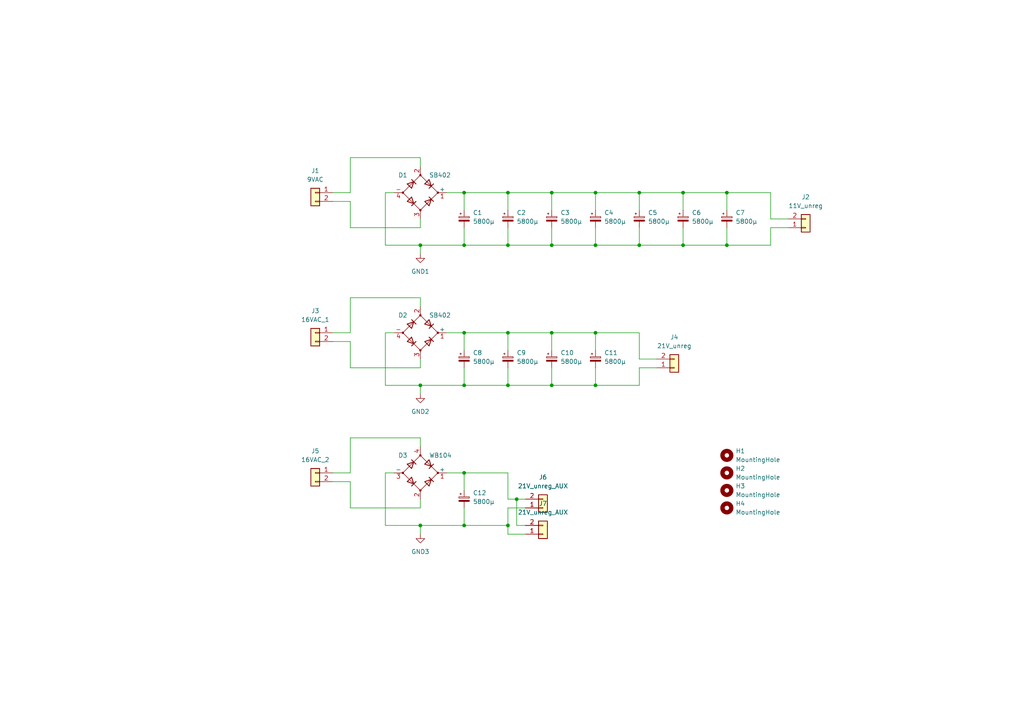
<source format=kicad_sch>
(kicad_sch (version 20211123) (generator eeschema)
  (paper "A4")
  (lib_symbols
    (symbol "Connector_Generic:Conn_01x02" (pin_names (offset 1.016) hide)
      (property "Reference" "J" (at 0 2.54 0))
      (property "Value" "Conn_01x02" (at 0 -5.08 0))
      (symbol "Conn_01x02_1_1"
        (rectangle (start -1.27 -2.413) (end 0 -2.667) (stroke (width 0.1524)))
        (rectangle (start -1.27 0.127) (end 0 -0.127) (stroke (width 0.1524)))
        (rectangle (start -1.27 1.27) (end 1.27 -3.81) (stroke (width 0.254)) (fill (type background)))
        (pin passive line (at -5.08 0 0) (length 3.81) (name "Pin_1") (number "1"))
        (pin passive line (at -5.08 -2.54 0) (length 3.81) (name "Pin_2") (number "2"))
      )
    )
    (symbol "Device:C_Polarized_Small" (pin_numbers hide) (pin_names (offset 0.254) hide)
      (property "Reference" "C" (at 0.254 1.778 0))
      (property "Value" "C_Polarized_Small" (at 0.254 -2.032 0))
      (symbol "C_Polarized_Small_0_1"
        (rectangle (start -1.524 -0.3048) (end 1.524 -0.6858) (fill (type outline)))
        (rectangle (start -1.524 0.6858) (end 1.524 0.3048))
        (polyline (pts (xy -1.27 1.524) (xy -0.762 1.524)))
        (polyline (pts (xy -1.016 1.27) (xy -1.016 1.778)))
      )
      (symbol "C_Polarized_Small_1_1"
        (pin passive line (at 0 2.54 270) (length 1.8542) (name "~") (number "1"))
        (pin passive line (at 0 -2.54 90) (length 1.8542) (name "~") (number "2"))
      )
    )
    (symbol "Device:D_Bridge_+A-A" (pin_names (offset 0))
      (property "Reference" "D" (at 2.54 6.985 0))
      (property "Value" "D_Bridge_+A-A" (at 2.54 5.08 0))
      (symbol "D_Bridge_+A-A_0_1"
        (circle (center -5.08 0) (radius 0.254) (fill (type outline)))
        (circle (center 0 -5.08) (radius 0.254) (fill (type outline)))
        (polyline (pts (xy -2.54 3.81) (xy -1.27 2.54)) (stroke (width 0.254)))
        (polyline (pts (xy -1.27 -2.54) (xy -2.54 -3.81)) (stroke (width 0.254)))
        (polyline (pts (xy 2.54 -1.27) (xy 3.81 -2.54)) (stroke (width 0.254)))
        (polyline (pts (xy 2.54 1.27) (xy 3.81 2.54)) (stroke (width 0.254)))
        (polyline (pts (xy -3.81 2.54) (xy -2.54 1.27) (xy -1.905 3.175) (xy -3.81 2.54)) (stroke (width 0.254)))
        (polyline (pts (xy -2.54 -1.27) (xy -3.81 -2.54) (xy -1.905 -3.175) (xy -2.54 -1.27)) (stroke (width 0.254)))
        (polyline (pts (xy 1.27 2.54) (xy 2.54 3.81) (xy 3.175 1.905) (xy 1.27 2.54)) (stroke (width 0.254)))
        (polyline (pts (xy 3.175 -1.905) (xy 1.27 -2.54) (xy 2.54 -3.81) (xy 3.175 -1.905)) (stroke (width 0.254)))
        (polyline (pts (xy -5.08 0) (xy 0 -5.08) (xy 5.08 0) (xy 0 5.08) (xy -5.08 0)))
        (circle (center 0 5.08) (radius 0.254) (fill (type outline)))
        (circle (center 5.08 0) (radius 0.254) (fill (type outline)))
      )
      (symbol "D_Bridge_+A-A_1_1"
        (pin passive line (at 7.62 0 180) (length 2.54) (name "+") (number "1"))
        (pin passive line (at 0 -7.62 90) (length 2.54) (name "~") (number "2"))
        (pin passive line (at -7.62 0 0) (length 2.54) (name "-") (number "3"))
        (pin passive line (at 0 7.62 270) (length 2.54) (name "~") (number "4"))
      )
    )
    (symbol "Device:D_Bridge_+AA-" (pin_names (offset 0))
      (property "Reference" "D" (at 2.54 6.985 0))
      (property "Value" "D_Bridge_+AA-" (at 2.54 5.08 0))
      (symbol "D_Bridge_+AA-_0_1"
        (circle (center -5.08 0) (radius 0.254) (fill (type outline)))
        (circle (center 0 -5.08) (radius 0.254) (fill (type outline)))
        (polyline (pts (xy -2.54 3.81) (xy -1.27 2.54)) (stroke (width 0.254)))
        (polyline (pts (xy -1.27 -2.54) (xy -2.54 -3.81)) (stroke (width 0.254)))
        (polyline (pts (xy 2.54 -1.27) (xy 3.81 -2.54)) (stroke (width 0.254)))
        (polyline (pts (xy 2.54 1.27) (xy 3.81 2.54)) (stroke (width 0.254)))
        (polyline (pts (xy -3.81 2.54) (xy -2.54 1.27) (xy -1.905 3.175) (xy -3.81 2.54)) (stroke (width 0.254)))
        (polyline (pts (xy -2.54 -1.27) (xy -3.81 -2.54) (xy -1.905 -3.175) (xy -2.54 -1.27)) (stroke (width 0.254)))
        (polyline (pts (xy 1.27 2.54) (xy 2.54 3.81) (xy 3.175 1.905) (xy 1.27 2.54)) (stroke (width 0.254)))
        (polyline (pts (xy 3.175 -1.905) (xy 1.27 -2.54) (xy 2.54 -3.81) (xy 3.175 -1.905)) (stroke (width 0.254)))
        (polyline (pts (xy -5.08 0) (xy 0 -5.08) (xy 5.08 0) (xy 0 5.08) (xy -5.08 0)))
        (circle (center 0 5.08) (radius 0.254) (fill (type outline)))
        (circle (center 5.08 0) (radius 0.254) (fill (type outline)))
      )
      (symbol "D_Bridge_+AA-_1_1"
        (pin passive line (at 7.62 0 180) (length 2.54) (name "+") (number "1"))
        (pin passive line (at 0 7.62 270) (length 2.54) (name "~") (number "2"))
        (pin passive line (at 0 -7.62 90) (length 2.54) (name "~") (number "3"))
        (pin passive line (at -7.62 0 0) (length 2.54) (name "-") (number "4"))
      )
    )
    (symbol "Mechanical:MountingHole" (pin_names (offset 1.016))
      (property "Reference" "H" (at 0 5.08 0))
      (property "Value" "MountingHole" (at 0 3.175 0))
      (symbol "MountingHole_0_1"
        (circle (center 0 0) (radius 1.27) (stroke (width 1.27)))
      )
    )
    (symbol "power:GND1" (power) (pin_names (offset 0))
      (property "Value" "GND1" (at 0 -3.81 0))
      (symbol "GND1_0_1"
        (polyline (pts (xy 0 0) (xy 0 -1.27) (xy 1.27 -1.27) (xy 0 -2.54) (xy -1.27 -1.27) (xy 0 -1.27)))
      )
      (symbol "GND1_1_1"
        (pin power_in line (at 0 0 270) (length 0) hide (name "GND1") (number "1"))
      )
    )
    (symbol "power:GND2" (power) (pin_names (offset 0))
      (property "Value" "GND2" (at 0 -3.81 0))
      (symbol "GND2_0_1"
        (polyline (pts (xy 0 0) (xy 0 -1.27) (xy 1.27 -1.27) (xy 0 -2.54) (xy -1.27 -1.27) (xy 0 -1.27)))
      )
      (symbol "GND2_1_1"
        (pin power_in line (at 0 0 270) (length 0) hide (name "GND2") (number "1"))
      )
    )
    (symbol "power:GND3" (power) (pin_names (offset 0))
      (property "Value" "GND3" (at 0 -3.81 0))
      (symbol "GND3_0_1"
        (polyline (pts (xy 0 0) (xy 0 -1.27) (xy 1.27 -1.27) (xy 0 -2.54) (xy -1.27 -1.27) (xy 0 -1.27)))
      )
      (symbol "GND3_1_1"
        (pin power_in line (at 0 0 270) (length 0) hide (name "GND3") (number "1"))
      )
    )
  )
  (junction (at 185.42 71.12))
  (junction (at 198.12 71.12))
  (junction (at 134.62 55.88))
  (junction (at 134.62 96.52))
  (junction (at 147.32 55.88))
  (junction (at 160.02 55.88))
  (junction (at 160.02 111.76))
  (junction (at 134.62 111.76))
  (junction (at 185.42 55.88))
  (junction (at 121.92 71.12))
  (junction (at 149.86 144.78))
  (junction (at 210.82 71.12))
  (junction (at 172.72 111.76))
  (junction (at 198.12 55.88))
  (junction (at 172.72 55.88))
  (junction (at 160.02 96.52))
  (junction (at 147.32 71.12))
  (junction (at 147.32 152.4))
  (junction (at 121.92 152.4))
  (junction (at 210.82 55.88))
  (junction (at 121.92 111.76))
  (junction (at 134.62 152.4))
  (junction (at 172.72 71.12))
  (junction (at 172.72 96.52))
  (junction (at 134.62 137.16))
  (junction (at 160.02 71.12))
  (junction (at 134.62 71.12))
  (junction (at 147.32 111.76))
  (junction (at 147.32 96.52))
  (wire (pts (xy 198.12 55.88) (xy 210.82 55.88)))
  (wire (pts (xy 111.76 152.4) (xy 121.92 152.4)))
  (wire (pts (xy 147.32 147.32) (xy 147.32 152.4)))
  (wire (pts (xy 134.62 111.76) (xy 147.32 111.76)))
  (wire (pts (xy 172.72 66.04) (xy 172.72 71.12)))
  (wire (pts (xy 129.54 96.52) (xy 134.62 96.52)))
  (wire (pts (xy 114.3 55.88) (xy 111.76 55.88)))
  (wire (pts (xy 147.32 111.76) (xy 160.02 111.76)))
  (wire (pts (xy 160.02 111.76) (xy 172.72 111.76)))
  (wire (pts (xy 210.82 55.88) (xy 210.82 60.96)))
  (wire (pts (xy 185.42 106.68) (xy 185.42 111.76)))
  (wire (pts (xy 101.6 66.04) (xy 121.92 66.04)))
  (wire (pts (xy 160.02 106.68) (xy 160.02 111.76)))
  (wire (pts (xy 185.42 71.12) (xy 198.12 71.12)))
  (wire (pts (xy 149.86 144.78) (xy 147.32 144.78)))
  (wire (pts (xy 172.72 111.76) (xy 185.42 111.76)))
  (wire (pts (xy 101.6 45.72) (xy 121.92 45.72)))
  (wire (pts (xy 134.62 106.68) (xy 134.62 111.76)))
  (wire (pts (xy 101.6 147.32) (xy 121.92 147.32)))
  (wire (pts (xy 96.52 99.06) (xy 101.6 99.06)))
  (wire (pts (xy 190.5 106.68) (xy 185.42 106.68)))
  (wire (pts (xy 114.3 137.16) (xy 111.76 137.16)))
  (wire (pts (xy 172.72 55.88) (xy 185.42 55.88)))
  (wire (pts (xy 228.6 63.5) (xy 223.52 63.5)))
  (wire (pts (xy 172.72 96.52) (xy 172.72 101.6)))
  (wire (pts (xy 114.3 96.52) (xy 111.76 96.52)))
  (wire (pts (xy 134.62 71.12) (xy 147.32 71.12)))
  (wire (pts (xy 101.6 55.88) (xy 96.52 55.88)))
  (wire (pts (xy 210.82 55.88) (xy 223.52 55.88)))
  (wire (pts (xy 111.76 137.16) (xy 111.76 152.4)))
  (wire (pts (xy 134.62 152.4) (xy 147.32 152.4)))
  (wire (pts (xy 134.62 137.16) (xy 134.62 142.24)))
  (wire (pts (xy 198.12 55.88) (xy 198.12 60.96)))
  (wire (pts (xy 147.32 71.12) (xy 160.02 71.12)))
  (wire (pts (xy 172.72 106.68) (xy 172.72 111.76)))
  (wire (pts (xy 111.76 96.52) (xy 111.76 111.76)))
  (wire (pts (xy 160.02 96.52) (xy 160.02 101.6)))
  (wire (pts (xy 160.02 66.04) (xy 160.02 71.12)))
  (wire (pts (xy 101.6 66.04) (xy 101.6 58.42)))
  (wire (pts (xy 101.6 147.32) (xy 101.6 139.7)))
  (wire (pts (xy 147.32 55.88) (xy 160.02 55.88)))
  (wire (pts (xy 147.32 96.52) (xy 147.32 101.6)))
  (wire (pts (xy 152.4 147.32) (xy 147.32 147.32)))
  (wire (pts (xy 134.62 96.52) (xy 134.62 101.6)))
  (wire (pts (xy 223.52 66.04) (xy 223.52 71.12)))
  (wire (pts (xy 101.6 137.16) (xy 96.52 137.16)))
  (wire (pts (xy 190.5 104.14) (xy 185.42 104.14)))
  (wire (pts (xy 134.62 147.32) (xy 134.62 152.4)))
  (wire (pts (xy 111.76 71.12) (xy 121.92 71.12)))
  (wire (pts (xy 172.72 55.88) (xy 172.72 60.96)))
  (wire (pts (xy 101.6 127) (xy 101.6 137.16)))
  (wire (pts (xy 129.54 55.88) (xy 134.62 55.88)))
  (wire (pts (xy 172.72 96.52) (xy 185.42 96.52)))
  (wire (pts (xy 101.6 127) (xy 121.92 127)))
  (wire (pts (xy 198.12 66.04) (xy 198.12 71.12)))
  (wire (pts (xy 101.6 45.72) (xy 101.6 55.88)))
  (wire (pts (xy 147.32 96.52) (xy 160.02 96.52)))
  (wire (pts (xy 129.54 137.16) (xy 134.62 137.16)))
  (wire (pts (xy 121.92 104.14) (xy 121.92 106.68)))
  (wire (pts (xy 101.6 96.52) (xy 96.52 96.52)))
  (wire (pts (xy 160.02 55.88) (xy 160.02 60.96)))
  (wire (pts (xy 121.92 144.78) (xy 121.92 147.32)))
  (wire (pts (xy 101.6 106.68) (xy 101.6 99.06)))
  (wire (pts (xy 149.86 144.78) (xy 149.86 152.4)))
  (wire (pts (xy 134.62 55.88) (xy 134.62 60.96)))
  (wire (pts (xy 160.02 55.88) (xy 172.72 55.88)))
  (wire (pts (xy 147.32 144.78) (xy 147.32 137.16)))
  (wire (pts (xy 101.6 86.36) (xy 121.92 86.36)))
  (wire (pts (xy 134.62 55.88) (xy 147.32 55.88)))
  (wire (pts (xy 152.4 154.94) (xy 147.32 154.94)))
  (wire (pts (xy 223.52 63.5) (xy 223.52 55.88)))
  (wire (pts (xy 96.52 139.7) (xy 101.6 139.7)))
  (wire (pts (xy 121.92 86.36) (xy 121.92 88.9)))
  (wire (pts (xy 134.62 96.52) (xy 147.32 96.52)))
  (wire (pts (xy 111.76 55.88) (xy 111.76 71.12)))
  (wire (pts (xy 101.6 106.68) (xy 121.92 106.68)))
  (wire (pts (xy 198.12 71.12) (xy 210.82 71.12)))
  (wire (pts (xy 160.02 96.52) (xy 172.72 96.52)))
  (wire (pts (xy 185.42 66.04) (xy 185.42 71.12)))
  (wire (pts (xy 121.92 111.76) (xy 121.92 114.3)))
  (wire (pts (xy 96.52 58.42) (xy 101.6 58.42)))
  (wire (pts (xy 147.32 66.04) (xy 147.32 71.12)))
  (wire (pts (xy 185.42 104.14) (xy 185.42 96.52)))
  (wire (pts (xy 210.82 66.04) (xy 210.82 71.12)))
  (wire (pts (xy 134.62 66.04) (xy 134.62 71.12)))
  (wire (pts (xy 101.6 86.36) (xy 101.6 96.52)))
  (wire (pts (xy 147.32 55.88) (xy 147.32 60.96)))
  (wire (pts (xy 147.32 106.68) (xy 147.32 111.76)))
  (wire (pts (xy 228.6 66.04) (xy 223.52 66.04)))
  (wire (pts (xy 121.92 45.72) (xy 121.92 48.26)))
  (wire (pts (xy 185.42 55.88) (xy 198.12 55.88)))
  (wire (pts (xy 121.92 63.5) (xy 121.92 66.04)))
  (wire (pts (xy 185.42 55.88) (xy 185.42 60.96)))
  (wire (pts (xy 152.4 152.4) (xy 149.86 152.4)))
  (wire (pts (xy 121.92 111.76) (xy 134.62 111.76)))
  (wire (pts (xy 134.62 137.16) (xy 147.32 137.16)))
  (wire (pts (xy 210.82 71.12) (xy 223.52 71.12)))
  (wire (pts (xy 111.76 111.76) (xy 121.92 111.76)))
  (wire (pts (xy 147.32 152.4) (xy 147.32 154.94)))
  (wire (pts (xy 121.92 71.12) (xy 134.62 71.12)))
  (wire (pts (xy 160.02 71.12) (xy 172.72 71.12)))
  (wire (pts (xy 121.92 71.12) (xy 121.92 73.66)))
  (wire (pts (xy 121.92 152.4) (xy 121.92 154.94)))
  (wire (pts (xy 121.92 127) (xy 121.92 129.54)))
  (wire (pts (xy 172.72 71.12) (xy 185.42 71.12)))
  (wire (pts (xy 152.4 144.78) (xy 149.86 144.78)))
  (wire (pts (xy 121.92 152.4) (xy 134.62 152.4)))
  (symbol (lib_id "Connector_Generic:Conn_01x02") (at 91.44 137.16 0) (mirror y) (unit 1)
    (property "Reference" "J5" (at 91.44 130.81 0))
    (property "Value" "16VAC_2" (at 91.44 133.35 0))
    (property "Footprint" "TerminalBlock_Phoenix:TerminalBlock_Phoenix_MPT-0,5-2-2.54_1x02_P2.54mm_Horizontal" (effects hide))
  )
  (symbol (lib_id "power:GND1") (at 121.92 73.66 0) (unit 1)
    (property "Reference" "#PWR01" (effects hide))
    (property "Value" "GND1" (at 121.92 78.74 0))
  )
  (symbol (lib_id "Mechanical:MountingHole") (at 210.82 132.08 0) (unit 1)
    (property "Reference" "H1" (at 213.36 130.8099 0) (effects (justify left)))
    (property "Value" "MountingHole" (at 213.36 133.3499 0) (effects (justify left)))
    (property "Footprint" "MountingHole:MountingHole_3.2mm_M3" (effects hide))
  )
  (symbol (lib_id "Device:C_Polarized_Small") (at 134.62 144.78 0) (unit 1)
    (property "Reference" "C12" (at 137.16 142.9638 0) (effects (justify left)))
    (property "Value" "5800µ" (at 137.16 145.5038 0) (effects (justify left)))
    (property "Footprint" "Capacitor_THT:CP_Radial_D18.0mm_P7.50mm" (effects hide))
  )
  (symbol (lib_id "Device:C_Polarized_Small") (at 185.42 63.5 0) (unit 1)
    (property "Reference" "C5" (at 187.96 61.6838 0) (effects (justify left)))
    (property "Value" "5800µ" (at 187.96 64.2238 0) (effects (justify left)))
    (property "Footprint" "Capacitor_THT:CP_Radial_D18.0mm_P7.50mm" (effects hide))
  )
  (symbol (lib_id "Mechanical:MountingHole") (at 210.82 147.32 0) (unit 1)
    (property "Reference" "H4" (at 213.36 146.0499 0) (effects (justify left)))
    (property "Value" "MountingHole" (at 213.36 148.5899 0) (effects (justify left)))
    (property "Footprint" "MountingHole:MountingHole_3.2mm_M3" (effects hide))
  )
  (symbol (lib_id "Connector_Generic:Conn_01x02") (at 195.58 106.68 0) (mirror x) (unit 1)
    (property "Reference" "J4" (at 195.58 97.79 0))
    (property "Value" "21V_unreg" (at 195.58 100.33 0))
    (property "Footprint" "TerminalBlock_Phoenix:TerminalBlock_Phoenix_MPT-0,5-2-2.54_1x02_P2.54mm_Horizontal" (effects hide))
  )
  (symbol (lib_id "Device:C_Polarized_Small") (at 147.32 104.14 0) (unit 1)
    (property "Reference" "C9" (at 149.86 102.3238 0) (effects (justify left)))
    (property "Value" "5800µ" (at 149.86 104.8638 0) (effects (justify left)))
    (property "Footprint" "Capacitor_THT:CP_Radial_D18.0mm_P7.50mm" (effects hide))
  )
  (symbol (lib_id "Device:C_Polarized_Small") (at 160.02 63.5 0) (unit 1)
    (property "Reference" "C3" (at 162.56 61.6838 0) (effects (justify left)))
    (property "Value" "5800µ" (at 162.56 64.2238 0) (effects (justify left)))
    (property "Footprint" "Capacitor_THT:CP_Radial_D18.0mm_P7.50mm" (effects hide))
  )
  (symbol (lib_id "power:GND3") (at 121.92 154.94 0) (unit 1)
    (property "Reference" "#PWR03" (effects hide))
    (property "Value" "GND3" (at 121.92 160.02 0))
  )
  (symbol (lib_id "Connector_Generic:Conn_01x02") (at 157.48 154.94 0) (mirror x) (unit 1)
    (property "Reference" "J7" (at 157.48 146.05 0))
    (property "Value" "21V_unreg_AUX" (at 157.48 148.59 0))
    (property "Footprint" "TerminalBlock_Phoenix:TerminalBlock_Phoenix_MPT-0,5-2-2.54_1x02_P2.54mm_Horizontal" (effects hide))
  )
  (symbol (lib_id "Connector_Generic:Conn_01x02") (at 91.44 96.52 0) (mirror y) (unit 1)
    (property "Reference" "J3" (at 91.44 90.17 0))
    (property "Value" "16VAC_1" (at 91.44 92.71 0))
    (property "Footprint" "TerminalBlock_Phoenix:TerminalBlock_Phoenix_MPT-0,5-2-2.54_1x02_P2.54mm_Horizontal" (effects hide))
  )
  (symbol (lib_id "Mechanical:MountingHole") (at 210.82 142.24 0) (unit 1)
    (property "Reference" "H3" (at 213.36 140.9699 0) (effects (justify left)))
    (property "Value" "MountingHole" (at 213.36 143.5099 0) (effects (justify left)))
    (property "Footprint" "MountingHole:MountingHole_3.2mm_M3" (effects hide))
  )
  (symbol (lib_id "Device:C_Polarized_Small") (at 160.02 104.14 0) (unit 1)
    (property "Reference" "C10" (at 162.56 102.3238 0) (effects (justify left)))
    (property "Value" "5800µ" (at 162.56 104.8638 0) (effects (justify left)))
    (property "Footprint" "Capacitor_THT:CP_Radial_D18.0mm_P7.50mm" (effects hide))
  )
  (symbol (lib_id "Device:C_Polarized_Small") (at 198.12 63.5 0) (unit 1)
    (property "Reference" "C6" (at 200.66 61.6838 0) (effects (justify left)))
    (property "Value" "5800µ" (at 200.66 64.2238 0) (effects (justify left)))
    (property "Footprint" "Capacitor_THT:CP_Radial_D18.0mm_P7.50mm" (effects hide))
  )
  (symbol (lib_id "Device:C_Polarized_Small") (at 134.62 63.5 0) (unit 1)
    (property "Reference" "C1" (at 137.16 61.6838 0) (effects (justify left)))
    (property "Value" "5800µ" (at 137.16 64.2238 0) (effects (justify left)))
    (property "Footprint" "Capacitor_THT:CP_Radial_D18.0mm_P7.50mm" (effects hide))
  )
  (symbol (lib_id "Connector_Generic:Conn_01x02") (at 233.68 66.04 0) (mirror x) (unit 1)
    (property "Reference" "J2" (at 233.68 57.15 0))
    (property "Value" "11V_unreg" (at 233.68 59.69 0))
    (property "Footprint" "TerminalBlock_Phoenix:TerminalBlock_Phoenix_MPT-0,5-2-2.54_1x02_P2.54mm_Horizontal" (effects hide))
  )
  (symbol (lib_id "Device:D_Bridge_+AA-") (at 121.92 96.52 0) (unit 1)
    (property "Reference" "D2" (at 116.84 91.44 0))
    (property "Value" "SB402" (at 124.46 91.44 0) (effects (justify left)))
    (property "Footprint" "Diode_THT:Diode_Bridge_Vishay_KBL" (effects hide))
  )
  (symbol (lib_id "Device:C_Polarized_Small") (at 134.62 104.14 0) (unit 1)
    (property "Reference" "C8" (at 137.16 102.3238 0) (effects (justify left)))
    (property "Value" "5800µ" (at 137.16 104.8638 0) (effects (justify left)))
    (property "Footprint" "Capacitor_THT:CP_Radial_D18.0mm_P7.50mm" (effects hide))
  )
  (symbol (lib_id "Connector_Generic:Conn_01x02") (at 91.44 55.88 0) (mirror y) (unit 1)
    (property "Reference" "J1" (at 91.44 49.53 0))
    (property "Value" "9VAC" (at 91.44 52.07 0))
    (property "Footprint" "TerminalBlock_Phoenix:TerminalBlock_Phoenix_MPT-0,5-2-2.54_1x02_P2.54mm_Horizontal" (effects hide))
  )
  (symbol (lib_id "power:GND2") (at 121.92 114.3 0) (unit 1)
    (property "Reference" "#PWR02" (effects hide))
    (property "Value" "GND2" (at 121.92 119.38 0))
  )
  (symbol (lib_id "Device:D_Bridge_+A-A") (at 121.92 137.16 0) (unit 1)
    (property "Reference" "D3" (at 116.84 132.08 0))
    (property "Value" "WB104" (at 124.46 132.08 0) (effects (justify left)))
    (property "Footprint" "Diode_THT:Diode_Bridge_Round_D9.0mm" (effects hide))
  )
  (symbol (lib_id "Device:D_Bridge_+AA-") (at 121.92 55.88 0) (unit 1)
    (property "Reference" "D1" (at 116.84 50.8 0))
    (property "Value" "SB402" (at 124.46 50.8 0) (effects (justify left)))
    (property "Footprint" "Diode_THT:Diode_Bridge_Vishay_KBL" (effects hide))
  )
  (symbol (lib_id "Connector_Generic:Conn_01x02") (at 157.48 147.32 0) (mirror x) (unit 1)
    (property "Reference" "J6" (at 157.48 138.43 0))
    (property "Value" "21V_unreg_AUX" (at 157.48 140.97 0))
    (property "Footprint" "TerminalBlock_Phoenix:TerminalBlock_Phoenix_MPT-0,5-2-2.54_1x02_P2.54mm_Horizontal" (effects hide))
  )
  (symbol (lib_id "Device:C_Polarized_Small") (at 210.82 63.5 0) (unit 1)
    (property "Reference" "C7" (at 213.36 61.6838 0) (effects (justify left)))
    (property "Value" "5800µ" (at 213.36 64.2238 0) (effects (justify left)))
    (property "Footprint" "Capacitor_THT:CP_Radial_D18.0mm_P7.50mm" (effects hide))
  )
  (symbol (lib_id "Device:C_Polarized_Small") (at 172.72 104.14 0) (unit 1)
    (property "Reference" "C11" (at 175.26 102.3238 0) (effects (justify left)))
    (property "Value" "5800µ" (at 175.26 104.8638 0) (effects (justify left)))
    (property "Footprint" "Capacitor_THT:CP_Radial_D18.0mm_P7.50mm" (effects hide))
  )
  (symbol (lib_id "Mechanical:MountingHole") (at 210.82 137.16 0) (unit 1)
    (property "Reference" "H2" (at 213.36 135.8899 0) (effects (justify left)))
    (property "Value" "MountingHole" (at 213.36 138.4299 0) (effects (justify left)))
    (property "Footprint" "MountingHole:MountingHole_3.2mm_M3" (effects hide))
  )
  (symbol (lib_id "Device:C_Polarized_Small") (at 172.72 63.5 0) (unit 1)
    (property "Reference" "C4" (at 175.26 61.6838 0) (effects (justify left)))
    (property "Value" "5800µ" (at 175.26 64.2238 0) (effects (justify left)))
    (property "Footprint" "Capacitor_THT:CP_Radial_D18.0mm_P7.50mm" (effects hide))
  )
  (symbol (lib_id "Device:C_Polarized_Small") (at 147.32 63.5 0) (unit 1)
    (property "Reference" "C2" (at 149.86 61.6838 0) (effects (justify left)))
    (property "Value" "5800µ" (at 149.86 64.2238 0) (effects (justify left)))
    (property "Footprint" "Capacitor_THT:CP_Radial_D18.0mm_P7.50mm" (effects hide))
  )
)
</source>
